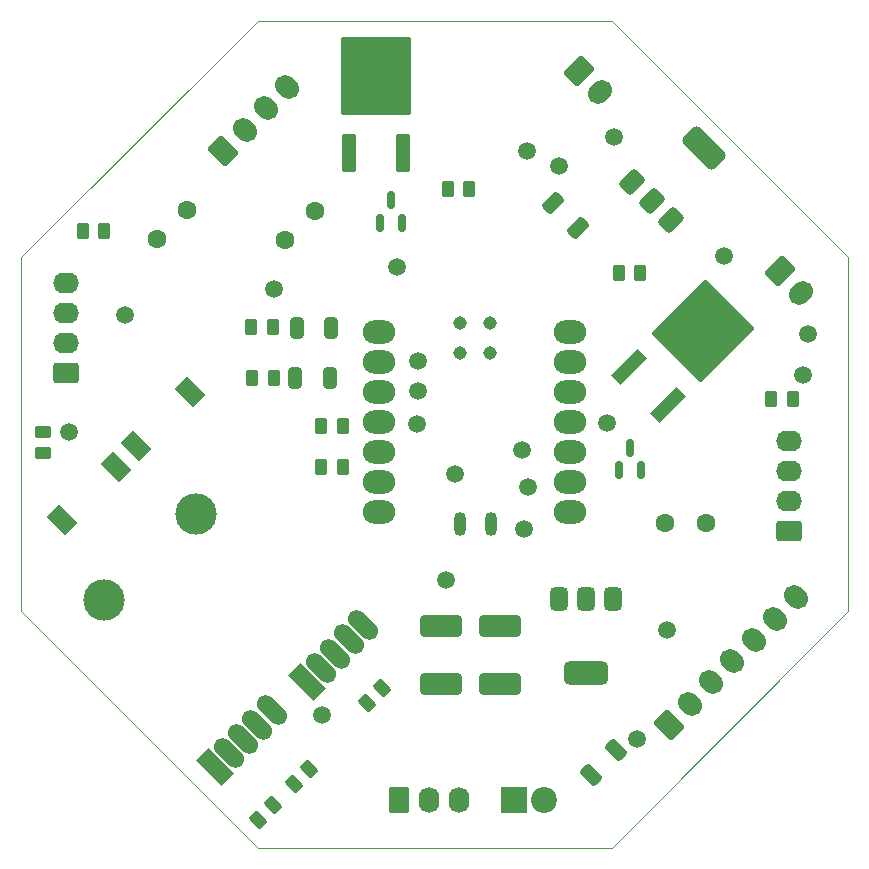
<source format=gbr>
%TF.GenerationSoftware,KiCad,Pcbnew,8.0.1*%
%TF.CreationDate,2024-05-16T13:53:01-04:00*%
%TF.ProjectId,MainPCBV2,4d61696e-5043-4425-9632-2e6b69636164,rev?*%
%TF.SameCoordinates,PX7270e00PY7bfa480*%
%TF.FileFunction,Soldermask,Top*%
%TF.FilePolarity,Negative*%
%FSLAX45Y45*%
G04 Gerber Fmt 4.5, Leading zero omitted, Abs format (unit mm)*
G04 Created by KiCad (PCBNEW 8.0.1) date 2024-05-16 13:53:01*
%MOMM*%
%LPD*%
G01*
G04 APERTURE LIST*
G04 Aperture macros list*
%AMRoundRect*
0 Rectangle with rounded corners*
0 $1 Rounding radius*
0 $2 $3 $4 $5 $6 $7 $8 $9 X,Y pos of 4 corners*
0 Add a 4 corners polygon primitive as box body*
4,1,4,$2,$3,$4,$5,$6,$7,$8,$9,$2,$3,0*
0 Add four circle primitives for the rounded corners*
1,1,$1+$1,$2,$3*
1,1,$1+$1,$4,$5*
1,1,$1+$1,$6,$7*
1,1,$1+$1,$8,$9*
0 Add four rect primitives between the rounded corners*
20,1,$1+$1,$2,$3,$4,$5,0*
20,1,$1+$1,$4,$5,$6,$7,0*
20,1,$1+$1,$6,$7,$8,$9,0*
20,1,$1+$1,$8,$9,$2,$3,0*%
%AMHorizOval*
0 Thick line with rounded ends*
0 $1 width*
0 $2 $3 position (X,Y) of the first rounded end (center of the circle)*
0 $4 $5 position (X,Y) of the second rounded end (center of the circle)*
0 Add line between two ends*
20,1,$1,$2,$3,$4,$5,0*
0 Add two circle primitives to create the rounded ends*
1,1,$1,$2,$3*
1,1,$1,$4,$5*%
%AMRotRect*
0 Rectangle, with rotation*
0 The origin of the aperture is its center*
0 $1 length*
0 $2 width*
0 $3 Rotation angle, in degrees counterclockwise*
0 Add horizontal line*
21,1,$1,$2,0,0,$3*%
G04 Aperture macros list end*
%ADD10RoundRect,0.250000X-0.132583X0.503814X-0.503814X0.132583X0.132583X-0.503814X0.503814X-0.132583X0*%
%ADD11RoundRect,0.150000X0.150000X-0.587500X0.150000X0.587500X-0.150000X0.587500X-0.150000X-0.587500X0*%
%ADD12RoundRect,0.250000X-0.229810X0.689429X-0.689429X0.229810X0.229810X-0.689429X0.689429X-0.229810X0*%
%ADD13RoundRect,0.250000X0.845000X-0.620000X0.845000X0.620000X-0.845000X0.620000X-0.845000X-0.620000X0*%
%ADD14O,2.190000X1.740000*%
%ADD15RoundRect,0.250000X-0.450000X0.262500X-0.450000X-0.262500X0.450000X-0.262500X0.450000X0.262500X0*%
%ADD16RoundRect,0.375000X-0.176777X-0.707107X0.707107X0.176777X0.176777X0.707107X-0.707107X-0.176777X0*%
%ADD17RoundRect,0.500000X0.636396X-1.343503X1.343503X-0.636396X-0.636396X1.343503X-1.343503X0.636396X0*%
%ADD18RoundRect,0.250000X-0.262500X-0.450000X0.262500X-0.450000X0.262500X0.450000X-0.262500X0.450000X0*%
%ADD19RoundRect,0.250000X0.262500X0.450000X-0.262500X0.450000X-0.262500X-0.450000X0.262500X-0.450000X0*%
%ADD20RoundRect,0.375000X-0.375000X0.625000X-0.375000X-0.625000X0.375000X-0.625000X0.375000X0.625000X0*%
%ADD21RoundRect,0.500000X-1.400000X0.500000X-1.400000X-0.500000X1.400000X-0.500000X1.400000X0.500000X0*%
%ADD22RoundRect,0.250000X0.159099X-1.035911X1.035911X-0.159099X-0.159099X1.035911X-1.035911X0.159099X0*%
%ADD23HorizOval,1.740000X-0.159099X0.159099X0.159099X-0.159099X0*%
%ADD24HorizOval,3.500000X0.000000X0.000000X0.000000X0.000000X0*%
%ADD25RotRect,1.500000X3.000000X45.000000*%
%ADD26HorizOval,1.500000X-0.530330X0.530330X0.530330X-0.530330X0*%
%ADD27RoundRect,0.250000X0.132583X-0.503814X0.503814X-0.132583X-0.132583X0.503814X-0.503814X0.132583X0*%
%ADD28RoundRect,0.250000X0.689429X0.229810X0.229810X0.689429X-0.689429X-0.229810X-0.229810X-0.689429X0*%
%ADD29RoundRect,0.102000X0.724784X1.410678X-1.410678X-0.724784X-0.724784X-1.410678X1.410678X0.724784X0*%
%ADD30RoundRect,0.102000X-0.229810X-4.239105X4.239105X0.229810X0.229810X4.239105X-4.239105X-0.229810X0*%
%ADD31C,1.600000*%
%ADD32RoundRect,0.250000X-1.035911X-0.159099X-0.159099X-1.035911X1.035911X0.159099X0.159099X1.035911X0*%
%ADD33HorizOval,1.740000X-0.159099X-0.159099X0.159099X0.159099X0*%
%ADD34RoundRect,0.250000X-0.620000X-0.845000X0.620000X-0.845000X0.620000X0.845000X-0.620000X0.845000X0*%
%ADD35O,1.740000X2.190000*%
%ADD36R,2.200000X2.200000*%
%ADD37C,2.200000*%
%ADD38RotRect,1.500000X2.200000X45.000000*%
%ADD39RoundRect,0.250000X-0.325000X-0.650000X0.325000X-0.650000X0.325000X0.650000X-0.325000X0.650000X0*%
%ADD40RoundRect,0.250000X1.500000X0.650000X-1.500000X0.650000X-1.500000X-0.650000X1.500000X-0.650000X0*%
%ADD41O,2.748280X1.998980*%
%ADD42O,1.016000X2.032000*%
%ADD43C,1.143000*%
%ADD44RoundRect,0.102000X-0.485000X1.510000X-0.485000X-1.510000X0.485000X-1.510000X0.485000X1.510000X0*%
%ADD45RoundRect,0.102000X2.835000X-3.160000X2.835000X3.160000X-2.835000X3.160000X-2.835000X-3.160000X0*%
%ADD46C,1.500000*%
%TA.AperFunction,Profile*%
%ADD47C,0.100000*%
%TD*%
G04 APERTURE END LIST*
D10*
X2129047Y364523D03*
X2000000Y235476D03*
X3054523Y1354524D03*
X2925476Y1225477D03*
D11*
X5060000Y3200000D03*
X5250000Y3200000D03*
X5155000Y3387500D03*
D12*
X5034298Y824298D03*
X4825702Y615702D03*
D13*
X6500000Y2678000D03*
D14*
X6500000Y2932000D03*
X6500000Y3186000D03*
X6500000Y3440000D03*
D15*
X180000Y3522500D03*
X180000Y3340000D03*
D16*
X5174627Y5639896D03*
X5337261Y5477261D03*
D17*
X5782739Y5922739D03*
D16*
X5499896Y5314627D03*
D18*
X2538750Y3220000D03*
X2721250Y3220000D03*
D19*
X3791250Y5580000D03*
X3608750Y5580000D03*
D18*
X5058750Y4870000D03*
X5241250Y4870000D03*
D20*
X5010000Y2105000D03*
X4780000Y2105000D03*
D21*
X4780000Y1475000D03*
D20*
X4550000Y2105000D03*
D22*
X1710790Y5900790D03*
D23*
X1890395Y6080395D03*
X2070000Y6260000D03*
X2249605Y6439605D03*
D24*
X700000Y2100000D03*
D25*
X1637624Y681544D03*
D26*
X1757832Y801752D03*
X1878040Y921960D03*
X1998248Y1042168D03*
X2118456Y1162376D03*
D19*
X701250Y5220000D03*
X518750Y5220000D03*
X2136250Y3975000D03*
X1953750Y3975000D03*
D27*
X2305477Y535477D03*
X2434524Y664524D03*
D28*
X4714298Y5245702D03*
X4505702Y5454298D03*
D29*
X5149149Y4072438D03*
X5472438Y3749149D03*
D30*
X5772534Y4372534D03*
D31*
X2483744Y5393744D03*
X2236256Y5146256D03*
D32*
X6420395Y4879605D03*
D33*
X6600000Y4700000D03*
D34*
X3202000Y400000D03*
D35*
X3456000Y400000D03*
X3710000Y400000D03*
D18*
X2537500Y3570000D03*
X2720000Y3570000D03*
D36*
X4173000Y400000D03*
D37*
X4427000Y400000D03*
D32*
X4720395Y6579605D03*
D33*
X4900000Y6400000D03*
D38*
X347452Y2773726D03*
X800000Y3226274D03*
D39*
X2331250Y4400000D03*
X2626250Y4400000D03*
D11*
X3035000Y5292500D03*
X3225000Y5292500D03*
X3130000Y5480000D03*
D40*
X4050000Y1880000D03*
X3550000Y1880000D03*
D22*
X5481185Y1041185D03*
D23*
X5660790Y1220790D03*
X5840395Y1400395D03*
X6020000Y1580000D03*
X6199605Y1759605D03*
X6379210Y1939210D03*
X6558815Y2118815D03*
D31*
X5450000Y2750000D03*
X5800000Y2750000D03*
X1152513Y5152513D03*
X1400000Y5400000D03*
D18*
X1948750Y4410000D03*
X2131250Y4410000D03*
X6348750Y3800000D03*
X6531250Y3800000D03*
D40*
X4050000Y1390000D03*
X3550000Y1390000D03*
D41*
X3031871Y4370000D03*
X3031871Y4116000D03*
X3031871Y3862000D03*
X3031871Y3608000D03*
X3031871Y3354000D03*
X3031871Y3100000D03*
X3031871Y2846000D03*
X4648327Y2846000D03*
X4648327Y3100000D03*
X4648327Y3354000D03*
X4648327Y3608000D03*
X4648327Y3862000D03*
X4648327Y4116000D03*
X4648327Y4370000D03*
D42*
X3718559Y2738218D03*
X3973559Y2738218D03*
D43*
X3718439Y4438637D03*
X3972439Y4438637D03*
X3718439Y4184637D03*
X3972439Y4184637D03*
D24*
X1478155Y2821845D03*
D25*
X2415779Y1403389D03*
D26*
X2535987Y1523597D03*
X2656195Y1643805D03*
X2776403Y1764013D03*
X2896611Y1884221D03*
D38*
X973726Y3403726D03*
X1426274Y3856274D03*
D13*
X375000Y4021000D03*
D14*
X375000Y4275000D03*
X375000Y4529000D03*
X375000Y4783000D03*
D39*
X2321250Y3980000D03*
X2616250Y3980000D03*
D44*
X2771400Y5881000D03*
X3228600Y5881000D03*
D45*
X3000000Y6534000D03*
D46*
X5470000Y1840000D03*
X400000Y3520000D03*
X3600000Y2270000D03*
X3360000Y3870000D03*
X880000Y4510000D03*
X3350000Y3590000D03*
X5950000Y5010000D03*
X5210000Y920000D03*
X3180000Y4920000D03*
X3670000Y3160000D03*
X4260000Y2700000D03*
X5020000Y6020000D03*
X4550000Y5770000D03*
X3360000Y4120000D03*
X6660000Y4350000D03*
X4280000Y5900000D03*
X2550000Y1120000D03*
X2140000Y4730000D03*
X6620000Y4000000D03*
X4960000Y3600000D03*
X4290000Y3050000D03*
X4240000Y3370000D03*
D47*
X7000000Y5000000D02*
X7000000Y2000000D01*
X5000000Y0D01*
X2000000Y0D01*
X0Y2000000D01*
X0Y5000000D01*
X2000000Y7000000D01*
X5000000Y7000000D01*
X7000000Y5000000D01*
M02*

</source>
